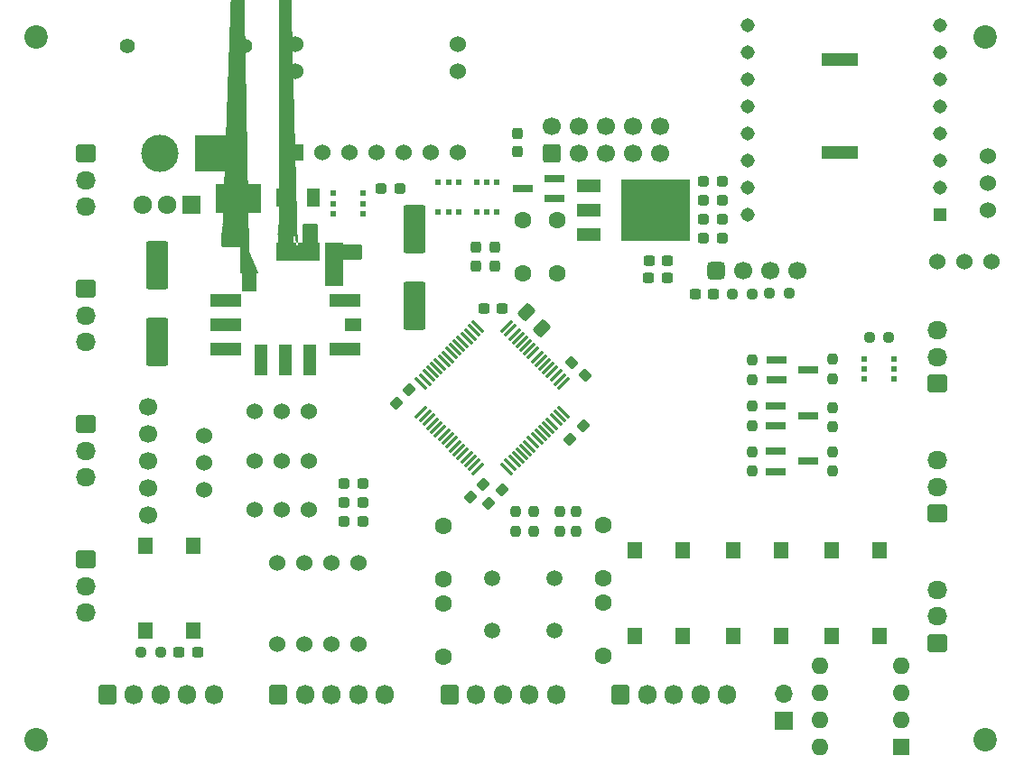
<source format=gts>
%TF.GenerationSoftware,KiCad,Pcbnew,(6.0.11)*%
%TF.CreationDate,2023-06-24T18:02:59+09:00*%
%TF.ProjectId,main,6d61696e-2e6b-4696-9361-645f70636258,rev?*%
%TF.SameCoordinates,Original*%
%TF.FileFunction,Soldermask,Top*%
%TF.FilePolarity,Negative*%
%FSLAX46Y46*%
G04 Gerber Fmt 4.6, Leading zero omitted, Abs format (unit mm)*
G04 Created by KiCad (PCBNEW (6.0.11)) date 2023-06-24 18:02:59*
%MOMM*%
%LPD*%
G01*
G04 APERTURE LIST*
G04 Aperture macros list*
%AMRoundRect*
0 Rectangle with rounded corners*
0 $1 Rounding radius*
0 $2 $3 $4 $5 $6 $7 $8 $9 X,Y pos of 4 corners*
0 Add a 4 corners polygon primitive as box body*
4,1,4,$2,$3,$4,$5,$6,$7,$8,$9,$2,$3,0*
0 Add four circle primitives for the rounded corners*
1,1,$1+$1,$2,$3*
1,1,$1+$1,$4,$5*
1,1,$1+$1,$6,$7*
1,1,$1+$1,$8,$9*
0 Add four rect primitives between the rounded corners*
20,1,$1+$1,$2,$3,$4,$5,0*
20,1,$1+$1,$4,$5,$6,$7,0*
20,1,$1+$1,$6,$7,$8,$9,0*
20,1,$1+$1,$8,$9,$2,$3,0*%
%AMFreePoly0*
4,1,53,0.885000,-2.035000,0.700000,-2.035000,0.700000,-3.665000,0.695106,-3.680063,0.695106,-3.695902,0.685796,-3.708716,0.680902,-3.723779,0.668089,-3.733089,0.658779,-3.745902,0.643716,-3.750796,0.630902,-3.760106,0.615063,-3.760106,0.600000,-3.765000,-0.600000,-3.765000,-0.615063,-3.760106,-0.630902,-3.760106,-0.643716,-3.750796,-0.658779,-3.745902,-0.668089,-3.733089,-0.680902,-3.723779,
-0.685796,-3.708716,-0.695106,-3.695902,-0.695106,-3.680063,-0.700000,-3.665000,-0.700000,-2.035000,-0.885000,-2.035000,-0.885000,0.450000,-2.515000,0.450000,-2.530063,0.454894,-2.545902,0.454894,-2.558716,0.464204,-2.573779,0.469098,-2.583089,0.481911,-2.595902,0.491221,-2.600796,0.506284,-2.610106,0.519098,-2.610106,0.534937,-2.615000,0.550000,-2.615000,1.750000,-2.610106,1.765063,
-2.610106,1.780902,-2.600796,1.793716,-2.595902,1.808779,-2.583089,1.818089,-2.573779,1.830902,-2.558716,1.835796,-2.545902,1.845106,-2.530063,1.845106,-2.515000,1.850000,-0.885000,1.850000,-0.885000,2.035000,0.885000,2.035000,0.885000,-2.035000,0.885000,-2.035000,$1*%
%AMFreePoly1*
4,1,53,-0.534937,2.610106,-0.519098,2.610106,-0.506284,2.600796,-0.491221,2.595902,-0.481911,2.583089,-0.469098,2.573779,-0.464204,2.558716,-0.454894,2.545902,-0.454894,2.530063,-0.450000,2.515000,-0.450000,0.885000,0.450000,0.885000,0.450000,2.515000,0.454894,2.530063,0.454894,2.545902,0.464204,2.558716,0.469098,2.573779,0.481911,2.583089,0.491221,2.595902,0.506284,2.600796,
0.519098,2.610106,0.534937,2.610106,0.550000,2.615000,1.750000,2.615000,1.765063,2.610106,1.780902,2.610106,1.793716,2.600796,1.808779,2.595902,1.818089,2.583089,1.830902,2.573779,1.835796,2.558716,1.845106,2.545902,1.845106,2.530063,1.850000,2.515000,1.850000,0.885000,2.035000,0.885000,2.035000,-0.885000,-2.035000,-0.885000,-2.035000,0.885000,-1.850000,0.885000,
-1.850000,2.515000,-1.845106,2.530063,-1.845106,2.545902,-1.835796,2.558716,-1.830902,2.573779,-1.818089,2.583089,-1.808779,2.595902,-1.793716,2.600796,-1.780902,2.610106,-1.765063,2.610106,-1.750000,2.615000,-0.550000,2.615000,-0.534937,2.610106,-0.534937,2.610106,$1*%
%AMFreePoly2*
4,1,29,0.885000,1.850000,2.515000,1.850000,2.530063,1.845106,2.545902,1.845106,2.558716,1.835796,2.573779,1.830902,2.583089,1.818089,2.595902,1.808779,2.600796,1.793716,2.610106,1.780902,2.610106,1.765063,2.615000,1.750000,2.615000,0.550000,2.610106,0.534937,2.610106,0.519098,2.600796,0.506284,2.595902,0.491221,2.583089,0.481911,2.573779,0.469098,2.558716,0.464204,
2.545902,0.454894,2.530063,0.454894,2.515000,0.450000,0.885000,0.450000,0.885000,-2.035000,-0.885000,-2.035000,-0.885000,2.035000,0.885000,2.035000,0.885000,1.850000,0.885000,1.850000,$1*%
G04 Aperture macros list end*
%ADD10RoundRect,0.250000X0.574524X0.097227X0.097227X0.574524X-0.574524X-0.097227X-0.097227X-0.574524X0*%
%ADD11RoundRect,0.237500X-0.044194X-0.380070X0.380070X0.044194X0.044194X0.380070X-0.380070X-0.044194X0*%
%ADD12R,2.200000X1.200000*%
%ADD13R,6.400000X5.800000*%
%ADD14RoundRect,0.237500X0.237500X-0.250000X0.237500X0.250000X-0.237500X0.250000X-0.237500X-0.250000X0*%
%ADD15R,3.400000X1.300000*%
%ADD16RoundRect,0.237500X0.300000X0.237500X-0.300000X0.237500X-0.300000X-0.237500X0.300000X-0.237500X0*%
%ADD17R,0.575000X0.620000*%
%ADD18RoundRect,0.250001X-0.799999X1.999999X-0.799999X-1.999999X0.799999X-1.999999X0.799999X1.999999X0*%
%ADD19R,0.620000X0.575000*%
%ADD20C,1.524000*%
%ADD21C,1.500000*%
%ADD22RoundRect,0.237500X-0.237500X0.250000X-0.237500X-0.250000X0.237500X-0.250000X0.237500X0.250000X0*%
%ADD23RoundRect,0.237500X0.380070X-0.044194X-0.044194X0.380070X-0.380070X0.044194X0.044194X-0.380070X0*%
%ADD24R,1.250000X1.820000*%
%ADD25RoundRect,0.237500X-0.287500X-0.237500X0.287500X-0.237500X0.287500X0.237500X-0.287500X0.237500X0*%
%ADD26C,1.600000*%
%ADD27C,2.200000*%
%ADD28RoundRect,0.250000X0.600000X-0.600000X0.600000X0.600000X-0.600000X0.600000X-0.600000X-0.600000X0*%
%ADD29C,1.700000*%
%ADD30R,1.900000X0.800000*%
%ADD31RoundRect,0.237500X0.044194X0.380070X-0.380070X-0.044194X-0.044194X-0.380070X0.380070X0.044194X0*%
%ADD32R,1.308000X1.308000*%
%ADD33C,1.308000*%
%ADD34R,3.000000X1.200000*%
%ADD35FreePoly0,270.000000*%
%ADD36FreePoly1,0.000000*%
%ADD37FreePoly2,0.000000*%
%ADD38R,1.200000X3.000000*%
%ADD39R,1.500000X1.200000*%
%ADD40R,1.600000X1.600000*%
%ADD41O,1.600000X1.600000*%
%ADD42RoundRect,0.237500X-0.237500X0.300000X-0.237500X-0.300000X0.237500X-0.300000X0.237500X0.300000X0*%
%ADD43RoundRect,0.250000X-0.600000X-0.675000X0.600000X-0.675000X0.600000X0.675000X-0.600000X0.675000X0*%
%ADD44O,1.700000X1.850000*%
%ADD45RoundRect,0.237500X-0.250000X-0.237500X0.250000X-0.237500X0.250000X0.237500X-0.250000X0.237500X0*%
%ADD46RoundRect,0.250000X-0.675000X0.600000X-0.675000X-0.600000X0.675000X-0.600000X0.675000X0.600000X0*%
%ADD47O,1.850000X1.700000*%
%ADD48RoundRect,0.237500X0.287500X0.237500X-0.287500X0.237500X-0.287500X-0.237500X0.287500X-0.237500X0*%
%ADD49RoundRect,0.237500X-0.300000X-0.237500X0.300000X-0.237500X0.300000X0.237500X-0.300000X0.237500X0*%
%ADD50RoundRect,0.425000X-0.425000X-0.425000X0.425000X-0.425000X0.425000X0.425000X-0.425000X0.425000X0*%
%ADD51RoundRect,0.250000X0.675000X-0.600000X0.675000X0.600000X-0.675000X0.600000X-0.675000X-0.600000X0*%
%ADD52C,1.400000*%
%ADD53R,3.500000X3.500000*%
%ADD54C,3.500000*%
%ADD55R,1.400000X1.600000*%
%ADD56R,1.717500X1.800000*%
%ADD57O,1.717500X1.800000*%
%ADD58R,1.530000X2.720000*%
%ADD59R,1.700000X1.700000*%
%ADD60O,1.700000X1.700000*%
%ADD61R,1.524000X1.524000*%
%ADD62RoundRect,0.075000X0.548008X-0.441942X-0.441942X0.548008X-0.548008X0.441942X0.441942X-0.548008X0*%
%ADD63RoundRect,0.075000X0.548008X0.441942X0.441942X0.548008X-0.548008X-0.441942X-0.441942X-0.548008X0*%
%ADD64RoundRect,0.237500X0.237500X-0.300000X0.237500X0.300000X-0.237500X0.300000X-0.237500X-0.300000X0*%
%ADD65RoundRect,0.237500X0.250000X0.237500X-0.250000X0.237500X-0.250000X-0.237500X0.250000X-0.237500X0*%
G04 APERTURE END LIST*
D10*
%TO.C,C54*%
X134037223Y-89701623D03*
X132569977Y-88234377D03*
%TD*%
D11*
%TO.C,C44*%
X120361320Y-96711480D03*
X121581080Y-95491720D03*
%TD*%
D12*
%TO.C,U16*%
X138400000Y-76375600D03*
D13*
X144700000Y-78655600D03*
D12*
X138400000Y-78655600D03*
X138400000Y-80935600D03*
%TD*%
D14*
%TO.C,R54*%
X161271200Y-94464100D03*
X161271200Y-92639100D03*
%TD*%
D15*
%TO.C,LS1*%
X162005600Y-73201200D03*
X162005600Y-64501200D03*
%TD*%
D16*
%TO.C,C26*%
X150117300Y-86478800D03*
X148392300Y-86478800D03*
%TD*%
D17*
%TO.C,U17*%
X167051200Y-94501600D03*
X167051200Y-93551600D03*
X167051200Y-92601600D03*
X164275200Y-92601600D03*
X164275200Y-93551600D03*
X164275200Y-94501600D03*
%TD*%
D18*
%TO.C,C32*%
X122076800Y-80389600D03*
X122076800Y-87589600D03*
%TD*%
D16*
%TO.C,C37*%
X145783700Y-85001600D03*
X144058700Y-85001600D03*
%TD*%
D19*
%TO.C,U8*%
X127934000Y-78773600D03*
X128884000Y-78773600D03*
X129834000Y-78773600D03*
X129834000Y-75997600D03*
X128884000Y-75997600D03*
X127934000Y-75997600D03*
%TD*%
D20*
%TO.C,SW12*%
X112170800Y-97527800D03*
X109630800Y-97527800D03*
X107090800Y-97527800D03*
%TD*%
D21*
%TO.C,Y2*%
X129392000Y-113199600D03*
X129392000Y-118099600D03*
%TD*%
D22*
%TO.C,R60*%
X135691200Y-106902300D03*
X135691200Y-108727300D03*
%TD*%
D23*
%TO.C,C46*%
X138084110Y-94148203D03*
X136864350Y-92928443D03*
%TD*%
D24*
%TO.C,C27*%
X109742600Y-77461800D03*
X112602600Y-77461800D03*
%TD*%
D20*
%TO.C,SW2*%
X102391800Y-99763000D03*
X102391800Y-102303000D03*
X102391800Y-104843000D03*
%TD*%
D14*
%TO.C,R51*%
X153771200Y-94514100D03*
X153771200Y-92689100D03*
%TD*%
D25*
%TO.C,D3*%
X118966600Y-76598200D03*
X120716600Y-76598200D03*
%TD*%
D26*
%TO.C,C51*%
X139755200Y-120493200D03*
X139755200Y-115493200D03*
%TD*%
D27*
%TO.C,REF\u002A\u002A*%
X86621200Y-128351600D03*
%TD*%
D28*
%TO.C,J7*%
X134929200Y-73329500D03*
D29*
X134929200Y-70789500D03*
X137469200Y-73329500D03*
X137469200Y-70789500D03*
X140009200Y-73329500D03*
X140009200Y-70789500D03*
X142549200Y-73329500D03*
X142549200Y-70789500D03*
X145089200Y-73329500D03*
X145089200Y-70789500D03*
%TD*%
D30*
%TO.C,Q8*%
X155971200Y-101251600D03*
X155971200Y-103151600D03*
X158971200Y-102201600D03*
%TD*%
D31*
%TO.C,C47*%
X137901280Y-98899120D03*
X136681520Y-100118880D03*
%TD*%
D17*
%TO.C,U14*%
X114512000Y-77050000D03*
X114512000Y-78000000D03*
X114512000Y-78950000D03*
X117288000Y-78950000D03*
X117288000Y-78000000D03*
X117288000Y-77050000D03*
%TD*%
D26*
%TO.C,C50*%
X139755200Y-108199600D03*
X139755200Y-113199600D03*
%TD*%
D32*
%TO.C,U2*%
X171378200Y-79036600D03*
D33*
X171378200Y-76496600D03*
X171378200Y-73956600D03*
X171378200Y-71416600D03*
X171378200Y-68876600D03*
X171378200Y-66336600D03*
X171378200Y-63796600D03*
X171378200Y-61256600D03*
X153344200Y-61256600D03*
X153344200Y-63796600D03*
X153344200Y-66336600D03*
X153344200Y-68876600D03*
X153344200Y-71416600D03*
X153344200Y-73956600D03*
X153344200Y-76496600D03*
X153344200Y-79036600D03*
%TD*%
D34*
%TO.C,MD1*%
X104406900Y-87113000D03*
D35*
X106571900Y-82528000D03*
D36*
X111151900Y-82528000D03*
D37*
X114591900Y-83678000D03*
D34*
X115606900Y-87113000D03*
X115606900Y-91693000D03*
D38*
X110006900Y-92713000D03*
X107716900Y-92713000D03*
D34*
X104406900Y-91693000D03*
X104406900Y-89403000D03*
D39*
X116356900Y-89403000D03*
D38*
X112296900Y-92713000D03*
%TD*%
D40*
%TO.C,SW5*%
X167761400Y-129013800D03*
D41*
X167761400Y-126473800D03*
X167761400Y-123933800D03*
X167761400Y-121393800D03*
X160141400Y-121393800D03*
X160141400Y-123933800D03*
X160141400Y-126473800D03*
X160141400Y-129013800D03*
%TD*%
D42*
%TO.C,C34*%
X129595200Y-82136500D03*
X129595200Y-83861500D03*
%TD*%
D43*
%TO.C,J9*%
X93302400Y-124062400D03*
D44*
X95802400Y-124062400D03*
X98302400Y-124062400D03*
X100802400Y-124062400D03*
X103302400Y-124062400D03*
%TD*%
D26*
%TO.C,C30*%
X132287600Y-84573800D03*
X132287600Y-79573800D03*
%TD*%
D43*
%TO.C,J8*%
X109329800Y-124062400D03*
D44*
X111829800Y-124062400D03*
X114329800Y-124062400D03*
X116829800Y-124062400D03*
X119329800Y-124062400D03*
%TD*%
D27*
%TO.C,REF\u002A\u002A*%
X86621200Y-62351600D03*
%TD*%
D45*
%TO.C,R57*%
X96481100Y-120101600D03*
X98306100Y-120101600D03*
%TD*%
D14*
%TO.C,R56*%
X161271200Y-103114100D03*
X161271200Y-101289100D03*
%TD*%
%TO.C,R53*%
X153771200Y-103114100D03*
X153771200Y-101289100D03*
%TD*%
D46*
%TO.C,J4*%
X91241200Y-86021600D03*
D47*
X91241200Y-88521600D03*
X91241200Y-91021600D03*
%TD*%
D25*
%TO.C,D7*%
X149192600Y-81246400D03*
X150942600Y-81246400D03*
%TD*%
D48*
%TO.C,D9*%
X117262200Y-104309600D03*
X115512200Y-104309600D03*
%TD*%
D43*
%TO.C,J10*%
X125382600Y-124062400D03*
D44*
X127882600Y-124062400D03*
X130382600Y-124062400D03*
X132882600Y-124062400D03*
X135382600Y-124062400D03*
%TD*%
D26*
%TO.C,C53*%
X124769200Y-120525600D03*
X124769200Y-115525600D03*
%TD*%
D20*
%TO.C,SW8*%
X112151200Y-102151600D03*
X109611200Y-102151600D03*
X107071200Y-102151600D03*
%TD*%
D26*
%TO.C,C29*%
X135437200Y-79584600D03*
X135437200Y-84584600D03*
%TD*%
D49*
%TO.C,C49*%
X100036300Y-120101600D03*
X101761300Y-120101600D03*
%TD*%
D30*
%TO.C,Q5*%
X135260800Y-77548200D03*
X135260800Y-75648200D03*
X132260800Y-76598200D03*
%TD*%
D31*
%TO.C,C55*%
X130281080Y-104891720D03*
X129061320Y-106111480D03*
%TD*%
D50*
%TO.C,U7*%
X150397800Y-84292600D03*
D29*
X152937800Y-84292600D03*
X155477800Y-84292600D03*
X158017800Y-84292600D03*
%TD*%
D51*
%TO.C,J12*%
X171121200Y-119251600D03*
D47*
X171121200Y-116751600D03*
X171121200Y-114251600D03*
%TD*%
D26*
%TO.C,C52*%
X124769200Y-108246600D03*
X124769200Y-113246600D03*
%TD*%
D46*
%TO.C,J6*%
X91241200Y-111421600D03*
D47*
X91241200Y-113921600D03*
X91241200Y-116421600D03*
%TD*%
D11*
%TO.C,C48*%
X127334320Y-105554480D03*
X128554080Y-104334720D03*
%TD*%
D20*
%TO.C,SW7*%
X171131200Y-83451600D03*
X173671200Y-83451600D03*
X176211200Y-83451600D03*
%TD*%
D52*
%TO.C,J1*%
X95190000Y-63256200D03*
X106190000Y-63256200D03*
D53*
X103190000Y-73256200D03*
D54*
X98190000Y-73256200D03*
%TD*%
D29*
%TO.C,SW11*%
X97083200Y-104741400D03*
X97083200Y-102201400D03*
X97083200Y-99661400D03*
X97083200Y-107281400D03*
X97083200Y-97121400D03*
%TD*%
D55*
%TO.C,SW4*%
X151998000Y-110558000D03*
X151998000Y-118558000D03*
X156498000Y-118558000D03*
X156498000Y-110558000D03*
%TD*%
D30*
%TO.C,Q6*%
X156021200Y-92651600D03*
X156021200Y-94551600D03*
X159021200Y-93601600D03*
%TD*%
D56*
%TO.C,Q1*%
X101176600Y-78103800D03*
D57*
X98886600Y-78103800D03*
X96596600Y-78103800D03*
%TD*%
D45*
%TO.C,R18*%
X155403500Y-86428000D03*
X157228500Y-86428000D03*
%TD*%
D58*
%TO.C,C7*%
X104251200Y-77563400D03*
X106933200Y-77563400D03*
%TD*%
D51*
%TO.C,J13*%
X171121200Y-94901600D03*
D47*
X171121200Y-92401600D03*
X171121200Y-89901600D03*
%TD*%
D59*
%TO.C,JP3*%
X156722400Y-126514200D03*
D60*
X156722400Y-123974200D03*
%TD*%
D55*
%TO.C,SW3*%
X142737600Y-110571200D03*
X142737600Y-118571200D03*
X147237600Y-110571200D03*
X147237600Y-118571200D03*
%TD*%
D51*
%TO.C,J14*%
X171121200Y-107101600D03*
D47*
X171121200Y-104601600D03*
X171121200Y-102101600D03*
%TD*%
D48*
%TO.C,D10*%
X117262200Y-106087600D03*
X115512200Y-106087600D03*
%TD*%
D20*
%TO.C,J2*%
X110945000Y-63060400D03*
X126185000Y-63060400D03*
X126185000Y-65600400D03*
X110945000Y-65600400D03*
X126185000Y-73220400D03*
X118565000Y-73220400D03*
D61*
X110945000Y-73220400D03*
D20*
X121105000Y-73220400D03*
X116025000Y-73220400D03*
X113485000Y-73220400D03*
X123645000Y-73220400D03*
%TD*%
%TO.C,U6*%
X111801200Y-119361600D03*
X111801200Y-111741600D03*
X109261200Y-119361600D03*
X116881200Y-111741600D03*
X114341200Y-111741600D03*
X116881200Y-119361600D03*
X114341200Y-119361600D03*
X109261200Y-111741600D03*
%TD*%
D14*
%TO.C,R55*%
X161271200Y-98964100D03*
X161271200Y-97139100D03*
%TD*%
D18*
%TO.C,C5*%
X97997600Y-83767800D03*
X97997600Y-90967800D03*
%TD*%
D20*
%TO.C,SW9*%
X112161200Y-106701600D03*
X109621200Y-106701600D03*
X107081200Y-106701600D03*
%TD*%
D22*
%TO.C,R61*%
X137215200Y-106902300D03*
X137215200Y-108727300D03*
%TD*%
D42*
%TO.C,C25*%
X131728800Y-71392300D03*
X131728800Y-73117300D03*
%TD*%
D22*
%TO.C,R63*%
X133278200Y-106902300D03*
X133278200Y-108727300D03*
%TD*%
D49*
%TO.C,C45*%
X128580300Y-87875800D03*
X130305300Y-87875800D03*
%TD*%
D27*
%TO.C,REF\u002A\u002A*%
X175621200Y-128351600D03*
%TD*%
D62*
%TO.C,U18*%
X130753181Y-102896881D03*
X131106734Y-102543328D03*
X131460287Y-102189775D03*
X131813841Y-101836221D03*
X132167394Y-101482668D03*
X132520948Y-101129114D03*
X132874501Y-100775561D03*
X133228054Y-100422008D03*
X133581608Y-100068454D03*
X133935161Y-99714901D03*
X134288714Y-99361348D03*
X134642268Y-99007794D03*
X134995821Y-98654241D03*
X135349375Y-98300687D03*
X135702928Y-97947134D03*
X136056481Y-97593581D03*
D63*
X136056481Y-94871219D03*
X135702928Y-94517666D03*
X135349375Y-94164113D03*
X134995821Y-93810559D03*
X134642268Y-93457006D03*
X134288714Y-93103452D03*
X133935161Y-92749899D03*
X133581608Y-92396346D03*
X133228054Y-92042792D03*
X132874501Y-91689239D03*
X132520948Y-91335686D03*
X132167394Y-90982132D03*
X131813841Y-90628579D03*
X131460287Y-90275025D03*
X131106734Y-89921472D03*
X130753181Y-89567919D03*
D62*
X128030819Y-89567919D03*
X127677266Y-89921472D03*
X127323713Y-90275025D03*
X126970159Y-90628579D03*
X126616606Y-90982132D03*
X126263052Y-91335686D03*
X125909499Y-91689239D03*
X125555946Y-92042792D03*
X125202392Y-92396346D03*
X124848839Y-92749899D03*
X124495286Y-93103452D03*
X124141732Y-93457006D03*
X123788179Y-93810559D03*
X123434625Y-94164113D03*
X123081072Y-94517666D03*
X122727519Y-94871219D03*
D63*
X122727519Y-97593581D03*
X123081072Y-97947134D03*
X123434625Y-98300687D03*
X123788179Y-98654241D03*
X124141732Y-99007794D03*
X124495286Y-99361348D03*
X124848839Y-99714901D03*
X125202392Y-100068454D03*
X125555946Y-100422008D03*
X125909499Y-100775561D03*
X126263052Y-101129114D03*
X126616606Y-101482668D03*
X126970159Y-101836221D03*
X127323713Y-102189775D03*
X127677266Y-102543328D03*
X128030819Y-102896881D03*
%TD*%
D25*
%TO.C,D1*%
X149192600Y-75912400D03*
X150942600Y-75912400D03*
%TD*%
D64*
%TO.C,C33*%
X127817200Y-83861500D03*
X127817200Y-82136500D03*
%TD*%
D19*
%TO.C,U15*%
X126227200Y-75997600D03*
X125277200Y-75997600D03*
X124327200Y-75997600D03*
X124327200Y-78773600D03*
X125277200Y-78773600D03*
X126227200Y-78773600D03*
%TD*%
D65*
%TO.C,R50*%
X166575700Y-90593600D03*
X164750700Y-90593600D03*
%TD*%
D49*
%TO.C,C35*%
X144071200Y-83401600D03*
X145796200Y-83401600D03*
%TD*%
D55*
%TO.C,SW6*%
X161192800Y-110571200D03*
X161192800Y-118571200D03*
X165692800Y-118571200D03*
X165692800Y-110571200D03*
%TD*%
D48*
%TO.C,D11*%
X117262200Y-107865600D03*
X115512200Y-107865600D03*
%TD*%
D25*
%TO.C,D5*%
X149192600Y-77690400D03*
X150942600Y-77690400D03*
%TD*%
D45*
%TO.C,R20*%
X151898300Y-86478800D03*
X153723300Y-86478800D03*
%TD*%
D46*
%TO.C,J5*%
X91241200Y-98721600D03*
D47*
X91241200Y-101221600D03*
X91241200Y-103721600D03*
%TD*%
D22*
%TO.C,R62*%
X131576400Y-106902300D03*
X131576400Y-108727300D03*
%TD*%
D20*
%TO.C,SW1*%
X175874000Y-78655600D03*
X175874000Y-76115600D03*
X175874000Y-73575600D03*
%TD*%
D25*
%TO.C,D6*%
X149178600Y-79468400D03*
X150928600Y-79468400D03*
%TD*%
D21*
%TO.C,Y1*%
X135183200Y-113188000D03*
X135183200Y-118088000D03*
%TD*%
D46*
%TO.C,J3*%
X91241200Y-73321600D03*
D47*
X91241200Y-75821600D03*
X91241200Y-78321600D03*
%TD*%
D14*
%TO.C,R52*%
X153771200Y-98864100D03*
X153771200Y-97039100D03*
%TD*%
D43*
%TO.C,J11*%
X141410000Y-124062400D03*
D44*
X143910000Y-124062400D03*
X146410000Y-124062400D03*
X148910000Y-124062400D03*
X151410000Y-124062400D03*
%TD*%
D27*
%TO.C,REF\u002A\u002A*%
X175621200Y-62351600D03*
%TD*%
D55*
%TO.C,SW10*%
X96894400Y-110099400D03*
X96894400Y-118099400D03*
X101394400Y-118099400D03*
X101394400Y-110099400D03*
%TD*%
D30*
%TO.C,Q7*%
X155971200Y-97001600D03*
X155971200Y-98901600D03*
X158971200Y-97951600D03*
%TD*%
M02*

</source>
